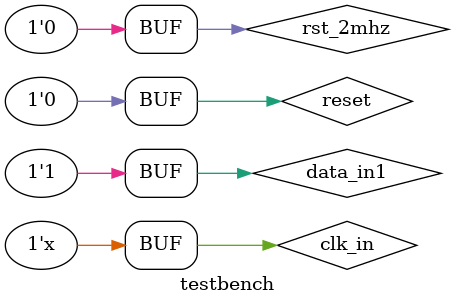
<source format=v>
`timescale 1ns / 1ps
module testbench(
    );

reg clk_in,reset,data_in1,data_in2,rst_2mhz;

wire datalink,self1,self2,other1,other2,g1,g2,clk_8mhz,clk_2mhz;
wire[1:0] g3;
wire[5:0] g4;

main testmain(
		.clk(clk_in),
		.push_btn(reset),
		.led({self2,g1,other1,g3,other2,g2,self1}),
		.switch({data_in2,g4,data_in1}),
		.datalink1(datalink),
		.datalink2(datalink),
		.clk_8mhz(clk_8mhz),
		.clk_2mhz(clk_2mhz),
		.rst_2mhz(rst_2mhz)
    );

always #20 clk_in=~clk_in;

initial begin
clk_in=1'b0;
reset=1'b1;
rst_2mhz=1'b1;
#60 reset=1'b0;
#1000 rst_2mhz=1'b0;
#400 data_in1=1'b0;
//data_in2=1'b1;
#4000 data_in1=1'b1;
end	 
endmodule

</source>
